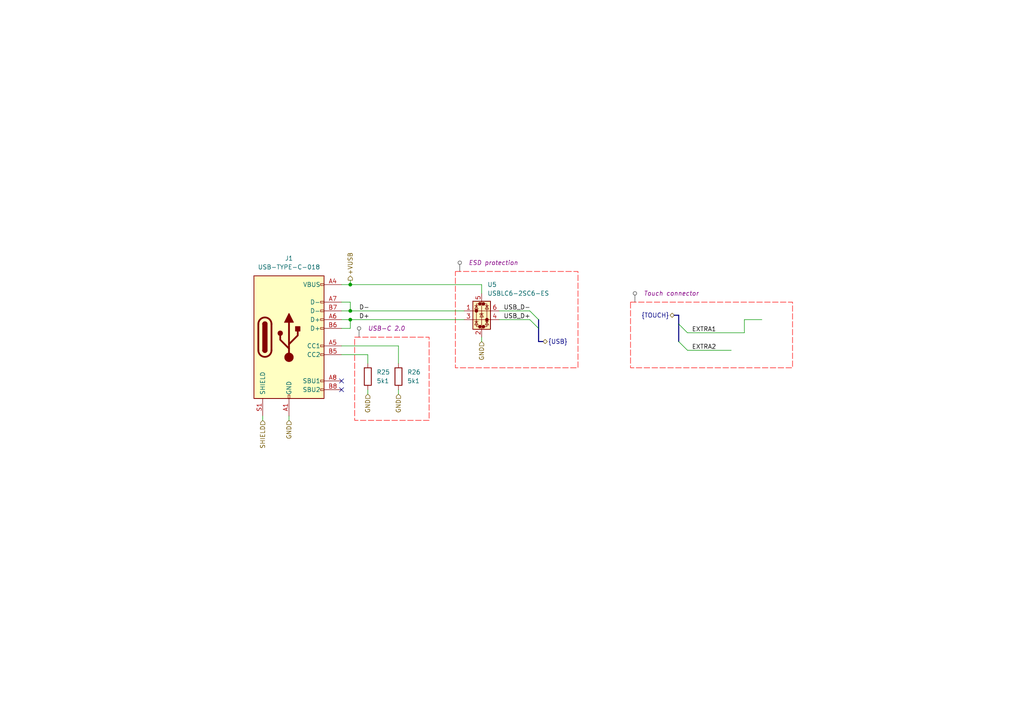
<source format=kicad_sch>
(kicad_sch (version 20250114) (generator "eeschema") (generator_version "9.0")
  (paper "A4")
  (title_block (title "Hack&Roll 2026 hardware badge") (date "2025-12-01") (rev "0.0.14") (company "NUS Hackers") (comment 1 "Art by @youngseopark05") (comment 2 "Developed by @yikjin and @Hackin7") (comment 3 "Licensed under CERN-OHL-P-2.0"))
  (lib_symbols
    (symbol "Device:R" (pin_numbers (hide yes)) (pin_names (offset 0))
      (property "Reference" "R" (at 2.032 0 90))
      (property "Value" "R" (at 0 0 90))
      (symbol "R_0_1"
        (rectangle (start -1.016 -2.54) (end 1.016 2.54) (stroke (width 0.254)))
      )
      (symbol "R_1_1"
        (pin passive line (at 0 3.81 270) (length 1.27) (name "~") (number "1"))
        (pin passive line (at 0 -3.81 90) (length 1.27) (name "~") (number "2"))
      )
    )
    (symbol "Power_Protection:USBLC6-2SC6" (pin_names (hide yes))
      (property "Reference" "U" (at 0.635 5.715 0))
      (property "Value" "USBLC6-2SC6" (at 0.635 3.81 0))
      (symbol "USBLC6-2SC6_0_0"
        (circle (center -1.524 0) (radius 0.0001) (stroke (width 0.508)))
        (circle (center -0.508 2.032) (radius 0.0001) (stroke (width 0.508)))
        (circle (center -0.508 -4.572) (radius 0.0001) (stroke (width 0.508)))
        (circle (center 0.508 2.032) (radius 0.0001) (stroke (width 0.508)))
        (circle (center 0.508 -4.572) (radius 0.0001) (stroke (width 0.508)))
        (circle (center 1.524 -2.54) (radius 0.0001) (stroke (width 0.508)))
      )
      (symbol "USBLC6-2SC6_0_1"
        (polyline (pts (xy -2.54 0) (xy 2.54 0)))
        (polyline (pts (xy -2.54 -2.54) (xy 2.54 -2.54)))
        (polyline (pts (xy -2.032 0.508) (xy -1.016 0.508) (xy -1.524 1.524) (xy -2.032 0.508)))
        (polyline (pts (xy -2.032 -3.048) (xy -1.016 -3.048)))
        (polyline (pts (xy -1.016 1.524) (xy -2.032 1.524)))
        (polyline (pts (xy -1.016 -4.064) (xy -2.032 -4.064) (xy -1.524 -3.048) (xy -1.016 -4.064)))
        (polyline (pts (xy -0.508 -1.143) (xy -0.508 -0.762) (xy 0.508 -0.762)))
        (polyline (pts (xy 0 2.54) (xy -0.508 2.032) (xy 0.508 2.032) (xy 0 1.524) (xy 0 -4.064) (xy -0.508 -4.572) (xy 0.508 -4.572) (xy 0 -5.08)))
        (polyline (pts (xy 0.508 -1.778) (xy -0.508 -1.778) (xy 0 -0.762) (xy 0.508 -1.778)))
        (polyline (pts (xy 1.016 1.524) (xy 2.032 1.524)))
        (polyline (pts (xy 1.016 -3.048) (xy 2.032 -3.048)))
        (polyline (pts (xy 2.032 0.508) (xy 1.016 0.508) (xy 1.524 1.524) (xy 2.032 0.508)))
        (polyline (pts (xy 2.032 -4.064) (xy 1.016 -4.064) (xy 1.524 -3.048) (xy 2.032 -4.064)))
      )
      (symbol "USBLC6-2SC6_1_1"
        (rectangle (start -2.54 2.794) (end 2.54 -5.334) (stroke (width 0.254)) (fill (type background)))
        (polyline (pts (xy -0.508 2.032) (xy -1.524 2.032) (xy -1.524 -4.572) (xy -0.508 -4.572)))
        (polyline (pts (xy 0.508 -4.572) (xy 1.524 -4.572) (xy 1.524 2.032) (xy 0.508 2.032)))
        (pin passive line (at -5.08 0 0) (length 2.54) (name "I/O1") (number "1"))
        (pin passive line (at -5.08 -2.54 0) (length 2.54) (name "I/O2") (number "3"))
        (pin passive line (at 0 5.08 270) (length 2.54) (name "VBUS") (number "5"))
        (pin passive line (at 0 -7.62 90) (length 2.54) (name "GND") (number "2"))
        (pin passive line (at 5.08 0 180) (length 2.54) (name "I/O1") (number "6"))
        (pin passive line (at 5.08 -2.54 180) (length 2.54) (name "I/O2") (number "4"))
      )
    )
    (symbol "hnr26-badge:USB-TYPE-C-018" (pin_names (offset 1.016))
      (property "Reference" "J" (at 10.16 18.796 0))
      (property "Value" "USB-TYPE-C-018" (at 1.016 -19.05 0))
      (symbol "USB-TYPE-C-018_0_0"
        (rectangle (start -0.254 -17.78) (end 0.254 -16.764))
        (rectangle (start 10.16 15.494) (end 9.144 14.986))
        (rectangle (start 10.16 10.414) (end 9.144 9.906))
        (rectangle (start 10.16 7.874) (end 9.144 7.366))
        (rectangle (start 10.16 5.334) (end 9.144 4.826))
        (rectangle (start 10.16 2.794) (end 9.144 2.286))
        (rectangle (start 10.16 -2.286) (end 9.144 -2.794))
        (rectangle (start 10.16 -4.826) (end 9.144 -5.334))
        (rectangle (start 10.16 -12.446) (end 9.144 -12.954))
        (rectangle (start 10.16 -14.986) (end 9.144 -15.494))
      )
      (symbol "USB-TYPE-C-018_0_1"
        (rectangle (start -10.16 17.78) (end 10.16 -17.78) (stroke (width 0.254)) (fill (type background)))
        (polyline (pts (xy -8.89 -3.81) (xy -8.89 3.81)) (stroke (width 0.508)))
        (rectangle (start -7.62 -3.81) (end -6.35 3.81) (stroke (width 0.254)) (fill (type outline)))
        (arc (start -7.62 3.81) (mid -6.985 4.4423) (end -6.35 3.81) (stroke (width 0.254)))
        (arc (start -7.62 3.81) (mid -6.985 4.4423) (end -6.35 3.81) (stroke (width 0.254)) (fill (type outline)))
        (arc (start -8.89 3.81) (mid -6.985 5.7067) (end -5.08 3.81) (stroke (width 0.508)))
        (arc (start -5.08 -3.81) (mid -6.985 -5.7067) (end -8.89 -3.81) (stroke (width 0.508)))
        (arc (start -6.35 -3.81) (mid -6.985 -4.4423) (end -7.62 -3.81) (stroke (width 0.254)))
        (arc (start -6.35 -3.81) (mid -6.985 -4.4423) (end -7.62 -3.81) (stroke (width 0.254)) (fill (type outline)))
        (polyline (pts (xy -5.08 3.81) (xy -5.08 -3.81)) (stroke (width 0.508)))
        (circle (center -2.54 1.143) (radius 0.635) (stroke (width 0.254)) (fill (type outline)))
        (polyline (pts (xy -1.27 4.318) (xy 0 6.858) (xy 1.27 4.318) (xy -1.27 4.318)) (stroke (width 0.254)) (fill (type outline)))
        (polyline (pts (xy 0 -2.032) (xy 2.54 0.508) (xy 2.54 1.778)) (stroke (width 0.508)))
        (polyline (pts (xy 0 -3.302) (xy -2.54 -0.762) (xy -2.54 0.508)) (stroke (width 0.508)))
        (polyline (pts (xy 0 -5.842) (xy 0 4.318)) (stroke (width 0.508)))
        (circle (center 0 -5.842) (radius 1.27) (fill (type outline)))
        (rectangle (start 1.905 1.778) (end 3.175 3.048) (stroke (width 0.254)) (fill (type outline)))
      )
      (symbol "USB-TYPE-C-018_1_1"
        (pin power_in line (at -7.62 -22.86 90) (length 5.08) (name "SHIELD") (number "S1"))
        (pin power_in line (at 0 -22.86 90) (length 5.08) (name "GND") (number "A1"))
        (pin power_in line (at 0 -22.86 90) (length 5.08) (hide yes) (name "GND") (number "A12"))
        (pin power_in line (at 0 -22.86 90) (length 5.08) (hide yes) (name "GND") (number "B1"))
        (pin power_in line (at 0 -22.86 90) (length 5.08) (hide yes) (name "GND") (number "B12"))
        (pin power_out line (at 15.24 15.24 180) (length 5.08) (name "VBUS") (number "A4"))
        (pin power_out line (at 15.24 15.24 180) (length 5.08) (hide yes) (name "VBUS") (number "A9"))
        (pin power_out line (at 15.24 15.24 180) (length 5.08) (hide yes) (name "VBUS") (number "B4"))
        (pin power_out line (at 15.24 15.24 180) (length 5.08) (hide yes) (name "VBUS") (number "B9"))
        (pin bidirectional line (at 15.24 10.16 180) (length 5.08) (name "D-") (number "A7"))
        (pin bidirectional line (at 15.24 7.62 180) (length 5.08) (name "D-") (number "B7"))
        (pin bidirectional line (at 15.24 5.08 180) (length 5.08) (name "D+") (number "A6"))
        (pin bidirectional line (at 15.24 2.54 180) (length 5.08) (name "D+") (number "B6"))
        (pin bidirectional line (at 15.24 -2.54 180) (length 5.08) (name "CC1") (number "A5"))
        (pin bidirectional line (at 15.24 -5.08 180) (length 5.08) (name "CC2") (number "B5"))
        (pin bidirectional line (at 15.24 -12.7 180) (length 5.08) (name "SBU1") (number "A8"))
        (pin bidirectional line (at 15.24 -15.24 180) (length 5.08) (name "SBU2") (number "B8"))
      )
    )
  )
  (junction (at 101.6 92.71))
  (junction (at 101.6 82.55))
  (junction (at 101.6 90.17))
  (no_connect (at 99.06 113.03))
  (no_connect (at 99.06 110.49))
  (bus_entry (at 153.67 92.71) (size 2.54 2.54))
  (bus_entry (at 153.67 90.17) (size 2.54 2.54))
  (bus_entry (at 196.85 93.98) (size 2.54 2.54))
  (bus_entry (at 196.85 99.06) (size 2.54 2.54))
  (bus (pts (xy 196.85 93.98) (xy 196.85 91.44)))
  (wire (pts (xy 139.7 82.55) (xy 139.7 85.09)))
  (bus (pts (xy 195.58 91.44) (xy 196.85 91.44)))
  (wire (pts (xy 101.6 87.63) (xy 101.6 90.17)))
  (wire (pts (xy 99.06 90.17) (xy 101.6 90.17)))
  (wire (pts (xy 83.82 121.92) (xy 83.82 120.65)))
  (bus (pts (xy 156.21 92.71) (xy 156.21 95.25)))
  (wire (pts (xy 115.57 113.03) (xy 115.57 114.3)))
  (wire (pts (xy 115.57 100.33) (xy 115.57 105.41)))
  (wire (pts (xy 215.9 92.71) (xy 215.9 96.52)))
  (wire (pts (xy 139.7 99.06) (xy 139.7 97.79)))
  (wire (pts (xy 99.06 102.87) (xy 106.68 102.87)))
  (wire (pts (xy 99.06 87.63) (xy 101.6 87.63)))
  (bus (pts (xy 196.85 99.06) (xy 196.85 93.98)))
  (wire (pts (xy 101.6 95.25) (xy 101.6 92.71)))
  (wire (pts (xy 101.6 92.71) (xy 134.62 92.71)))
  (bus (pts (xy 156.21 95.25) (xy 156.21 99.06)))
  (wire (pts (xy 199.39 101.6) (xy 212.09 101.6)))
  (wire (pts (xy 153.67 92.71) (xy 144.78 92.71)))
  (wire (pts (xy 99.06 92.71) (xy 101.6 92.71)))
  (wire (pts (xy 215.9 92.71) (xy 220.98 92.71)))
  (bus (pts (xy 156.21 99.06) (xy 157.48 99.06)))
  (wire (pts (xy 99.06 100.33) (xy 115.57 100.33)))
  (wire (pts (xy 101.6 82.55) (xy 101.6 81.28)))
  (wire (pts (xy 101.6 82.55) (xy 139.7 82.55)))
  (wire (pts (xy 106.68 102.87) (xy 106.68 105.41)))
  (wire (pts (xy 106.68 113.03) (xy 106.68 114.3)))
  (wire (pts (xy 215.9 96.52) (xy 199.39 96.52)))
  (wire (pts (xy 76.2 121.92) (xy 76.2 120.65)))
  (wire (pts (xy 99.06 82.55) (xy 101.6 82.55)))
  (wire (pts (xy 101.6 90.17) (xy 134.62 90.17)))
  (wire (pts (xy 99.06 95.25) (xy 101.6 95.25)))
  (wire (pts (xy 153.67 90.17) (xy 144.78 90.17)))
  (label "D-" (at 104.14 90.17 0))
  (label "D+" (at 104.14 92.71 0))
  (label "EXTRA1" (at 200.66 96.52 0))
  (label "USB_D-" (at 146.05 90.17 0))
  (label "USB_D+" (at 146.05 92.71 0))
  (label "EXTRA2" (at 200.66 101.6 0))
  (hierarchical_label "GND" (shape input) (at 139.7 99.06 270))
  (hierarchical_label "+VUSB" (shape output) (at 101.6 81.28 90))
  (hierarchical_label "{TOUCH}" (shape bidirectional) (at 195.58 91.44 180))
  (hierarchical_label "{USB}" (shape bidirectional) (at 157.48 99.06 0))
  (hierarchical_label "GND" (shape input) (at 83.82 121.92 270))
  (hierarchical_label "GND" (shape input) (at 106.68 114.3 270))
  (hierarchical_label "SHIELD" (shape input) (at 76.2 121.92 270))
  (hierarchical_label "GND" (shape input) (at 115.57 114.3 270))
  (rule_area (polyline (pts (xy 102.87 97.79) (xy 124.46 97.79) (xy 124.46 121.92) (xy 102.87 121.92)) (stroke (width 0) (type dash))))
  (rule_area (polyline (pts (xy 132.08 78.74) (xy 167.64 78.74) (xy 167.64 106.68) (xy 132.08 106.68)) (stroke (width 0) (type dash))))
  (rule_area (polyline (pts (xy 182.88 87.63) (xy 229.87 87.63) (xy 229.87 106.68) (xy 182.88 106.68)) (stroke (width 0) (type dash))))
  (netclass_flag "" (length 2.54) (shape round) (at 104.14 97.79 0) (property "Component Class" "USB-C 2.0" (at 106.68 95.25 0) (effects (font (italic yes)) (justify left))))
  (netclass_flag "" (length 2.54) (shape round) (at 133.35 78.74 0) (property "Component Class" "ESD protection" (at 135.89 76.2 0) (effects (font (italic yes)) (justify left))))
  (netclass_flag "" (length 2.54) (shape round) (at 184.15 87.63 0) (property "Component Class" "Touch connector" (at 186.69 85.09 0) (effects (font (italic yes)) (justify left))))
  (symbol (lib_id "Power_Protection:USBLC6-2SC6") (at 139.7 90.17 0) (unit 1)
    (property "Reference" "U5" (at 141.3511 82.55 0) (effects (justify left)))
    (property "Value" "USBLC6-2SC6-ES" (at 141.3511 85.09 0) (effects (justify left)))
    (property "Footprint" "Package_TO_SOT_SMD:SOT-23-6" (effects (hide yes)))
    (property "Datasheet" "https://jlcpcb.com/api/file/downloadByFileSystemAccessId/8608751353569161216" (effects (hide yes)))
    (property "Description" "Very low capacitance ESD protection diode, 2 data-line, SOT-23-6" (effects (hide yes)))
    (property "Cost per unit" "0.0257" (effects (hide yes)))
    (property "PCB website" "https://jlcpcb.com/partdetail/ElecSuper-USBLC6_2SC6ES/C5180249" (effects (hide yes)))
    (property "LCSC Part #" "C5180249" (effects (hide yes)))
  )
  (symbol (lib_id "Device:R") (at 115.57 109.22 0) (unit 1)
    (property "Reference" "R26" (at 118.11 107.9499 0) (effects (justify left)))
    (property "Value" "5k1" (at 118.11 110.4899 0) (effects (justify left)))
    (property "Footprint" "Resistor_SMD:R_0805_2012Metric" (effects (hide yes)))
    (property "Datasheet" "https://jlcpcb.com/api/file/downloadByFileSystemAccessId/8590922782928949248" (effects (hide yes)))
    (property "Description" "-55℃~+155℃ 125mW 150V 5.1kΩ Thick Film Resistor ±100ppm/℃ ±5% 0805 Chip Resistor - Surface Mount ROHS" (effects (hide yes)))
    (property "Cost per unit" "0.0010" (effects (hide yes)))
    (property "PCB website" "https://jlcpcb.com/partdetail/23790122-RCA055K1JLF/C22356678" (effects (hide yes)))
    (property "LCSC Part #" "C22356678" (effects (hide yes)))
  )
  (symbol (lib_id "Device:R") (at 106.68 109.22 0) (unit 1)
    (property "Reference" "R25" (at 109.22 107.9499 0) (effects (justify left)))
    (property "Value" "5k1" (at 109.22 110.4899 0) (effects (justify left)))
    (property "Footprint" "Resistor_SMD:R_0805_2012Metric" (effects (hide yes)))
    (property "Datasheet" "https://jlcpcb.com/api/file/downloadByFileSystemAccessId/8590922782928949248" (effects (hide yes)))
    (property "Description" "-55℃~+155℃ 125mW 150V 5.1kΩ Thick Film Resistor ±100ppm/℃ ±5% 0805 Chip Resistor - Surface Mount ROHS" (effects (hide yes)))
    (property "Cost per unit" "0.0010" (effects (hide yes)))
    (property "PCB website" "https://jlcpcb.com/partdetail/23790122-RCA055K1JLF/C22356678" (effects (hide yes)))
    (property "LCSC Part #" "C22356678" (effects (hide yes)))
  )
  (symbol (lib_id "hnr26-badge:USB-TYPE-C-018") (at 83.82 97.79 0) (unit 1)
    (property "Reference" "J1" (at 83.82 74.93 0))
    (property "Value" "USB-TYPE-C-018" (at 83.82 77.47 0))
    (property "Footprint" "Connector_USB:USB_C_Receptacle_GCT_USB4105-xx-A_16P_TopMnt_Horizontal" (effects (hide yes)))
    (property "Datasheet" "https://jlcpcb.com/api/file/downloadByFileSystemAccessId/8589041631273738240" (effects (hide yes)))
    (property "Description" "-25℃~+85℃ 1 16P 3A Female Surface Mount, Right Angle Type-C SMD USB Connectors ROHS" (effects (hide yes)))
    (property "Cost per unit" "0.0494" (effects (hide yes)))
    (property "PCB website" "https://jlcpcb.com/partdetail/DEALON-USB_TYPE_C018/C2927038" (effects (hide yes)))
    (property "LCSC Part #" "C2927038" (effects (hide yes)))
  )
)
</source>
